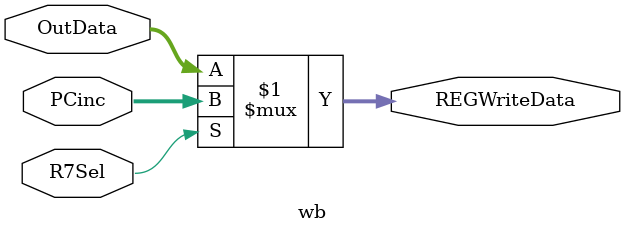
<source format=v>
/*
   CS/ECE 552 Spring '20
  
   Filename        : wb.v
   Description     : This is the module for the overall Write Back stage of the processor.
*/
module wb (R7Sel, OutData, PCinc, REGWriteData);

    input R7Sel;
    input [15:0] OutData;
    input [15:0] PCinc;
    output [15:0] REGWriteData;
    
    wire [15:0] ALUorMEM;
    
    //assign ALUorMEM = MemtoReg ? MEMReadData : ALUResult;
    assign REGWriteData = R7Sel ? PCinc : OutData;
   
endmodule

</source>
